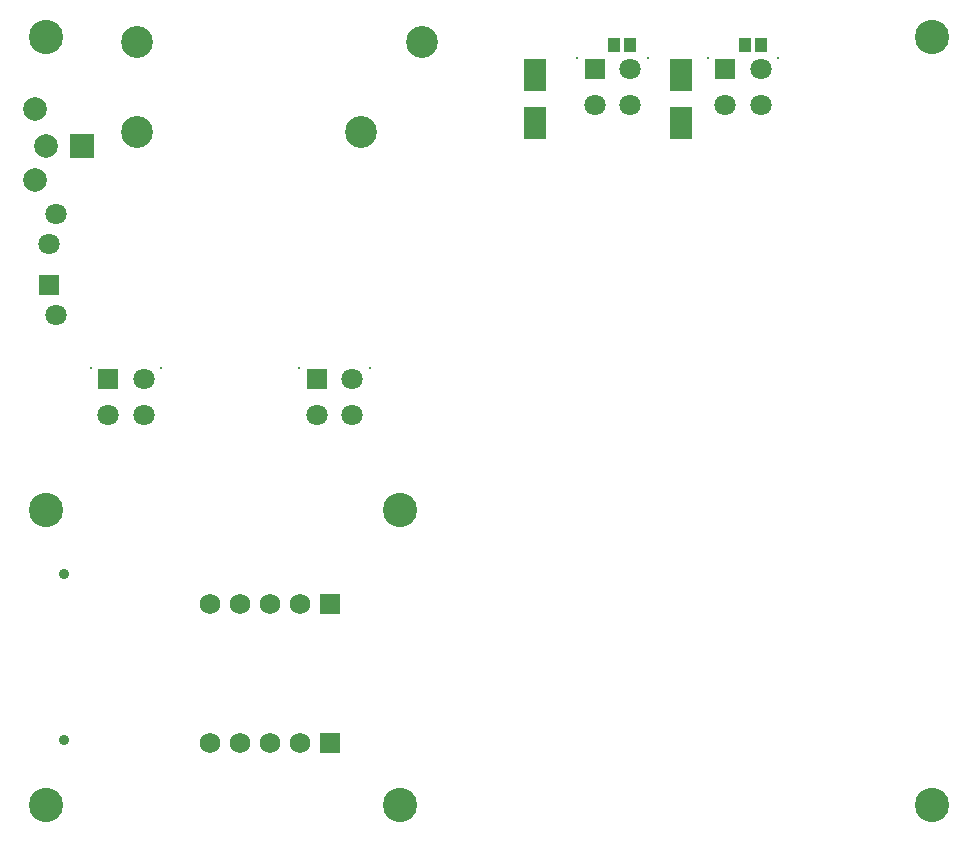
<source format=gbs>
G04*
G04 #@! TF.GenerationSoftware,Altium Limited,Altium Designer,19.1.5 (86)*
G04*
G04 Layer_Color=16711935*
%FSLAX25Y25*%
%MOIN*%
G70*
G01*
G75*
%ADD53R,0.04143X0.04537*%
%ADD85C,0.10642*%
%ADD86C,0.00800*%
%ADD87R,0.07099X0.07099*%
%ADD88C,0.07099*%
%ADD89R,0.07887X0.07887*%
%ADD90C,0.07887*%
%ADD91R,0.06800X0.06800*%
%ADD92C,0.06800*%
%ADD93C,0.03556*%
%ADD94R,0.07099X0.07099*%
%ADD95C,0.11430*%
%ADD116R,0.07493X0.10642*%
D53*
X199311Y263071D02*
D03*
X204626D02*
D03*
X242717Y263071D02*
D03*
X248031D02*
D03*
D85*
X40112Y234252D02*
D03*
Y264252D02*
D03*
X134994D02*
D03*
X114915Y234252D02*
D03*
D86*
X230315Y258662D02*
D03*
X253937Y258661D02*
D03*
X210531D02*
D03*
X186909Y258662D02*
D03*
X117717Y155394D02*
D03*
X94094Y155394D02*
D03*
X48298Y155394D02*
D03*
X24676Y155394D02*
D03*
D87*
X236221Y254961D02*
D03*
X192815D02*
D03*
X100000Y151693D02*
D03*
X30582D02*
D03*
D88*
X248031Y254961D02*
D03*
Y243150D02*
D03*
X236221D02*
D03*
X192815D02*
D03*
X204626D02*
D03*
Y254961D02*
D03*
X100000Y139882D02*
D03*
X111811D02*
D03*
Y151693D02*
D03*
X30582Y139882D02*
D03*
X42393D02*
D03*
Y151693D02*
D03*
X13287Y206693D02*
D03*
Y173228D02*
D03*
X10807Y196850D02*
D03*
D89*
X21654Y229606D02*
D03*
D90*
X9843D02*
D03*
X6142Y218189D02*
D03*
Y241811D02*
D03*
D91*
X104488Y30512D02*
D03*
Y76772D02*
D03*
D92*
X94488Y30512D02*
D03*
X84488D02*
D03*
X74488D02*
D03*
X64488D02*
D03*
X94488Y76772D02*
D03*
X84488D02*
D03*
X74488D02*
D03*
X64488D02*
D03*
D93*
X15748Y31299D02*
D03*
Y86811D02*
D03*
D94*
X10807Y183071D02*
D03*
D95*
X9843Y265748D02*
D03*
X305118D02*
D03*
Y9843D02*
D03*
X9843Y108268D02*
D03*
X127953D02*
D03*
Y9843D02*
D03*
X9843D02*
D03*
D116*
X172734Y252953D02*
D03*
Y237205D02*
D03*
X221516Y252953D02*
D03*
Y237205D02*
D03*
M02*

</source>
